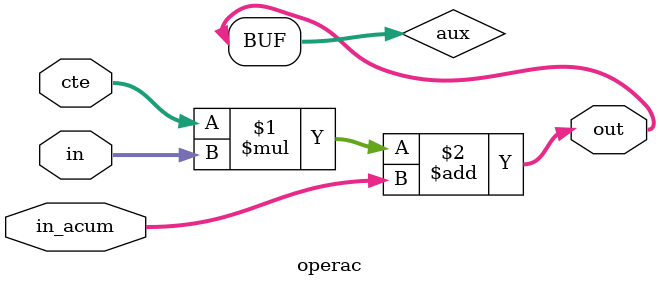
<source format=v>
`timescale 1ns / 1ps
module operac#(parameter cant_bits = 25)(
					input wire signed [cant_bits-1:0] in, cte,
					input wire signed [2*cant_bits-2:0] in_acum,
					output reg signed [2*cant_bits-2:0] out
    );

wire [2*cant_bits-2:0] aux;
assign aux = (cte*in)+in_acum;

always @ *
	out = {aux[2*cant_bits-2],aux[2*cant_bits-3:0]};
endmodule

</source>
